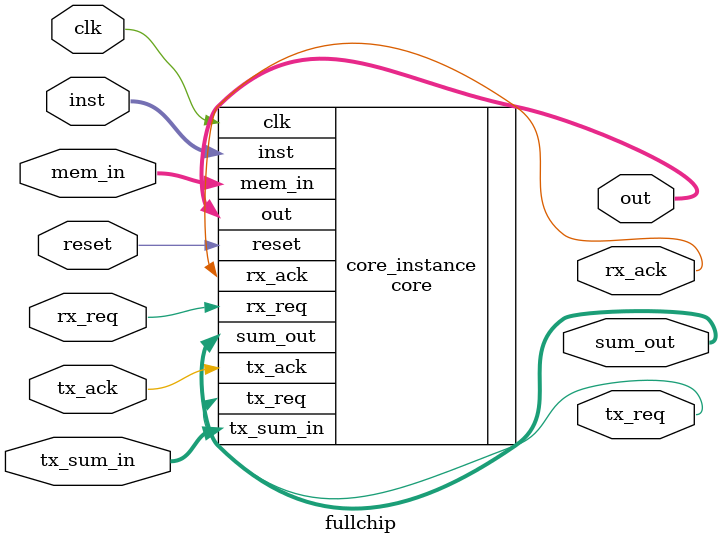
<source format=v>
module fullchip (clk, sum_out, mem_in, out, inst, reset, rx_ack, rx_req, tx_ack, tx_req, tx_sum_in);

parameter col = 8;
parameter bw = 8;
parameter bw_psum = 2*bw+4;
parameter pr = 16;

input  clk; 
input  [pr*bw-1:0] mem_in; 
input  [16:0] inst; 
input  reset;

//handshake things
input [bw_psum+3:0] tx_sum_in; //sum recieved from the other core
input rx_req;
output rx_ack;

input tx_ack;
output tx_req;
//
output [bw_psum+3:0] sum_out;
output [bw_psum*col-1:0] out;


core #(.bw(bw), .bw_psum(bw_psum), .col(col), .pr(pr)) core_instance (
  .clk(clk),
  .sum_out(sum_out),
  .mem_in(mem_in),
  .out(out),
  .inst(inst),
  .reset(reset),
  .rx_ack(rx_ack),
  .rx_req(rx_req),
  .tx_ack(tx_ack),
  .tx_req(tx_req),
  .tx_sum_in(tx_sum_in)
);


endmodule

</source>
